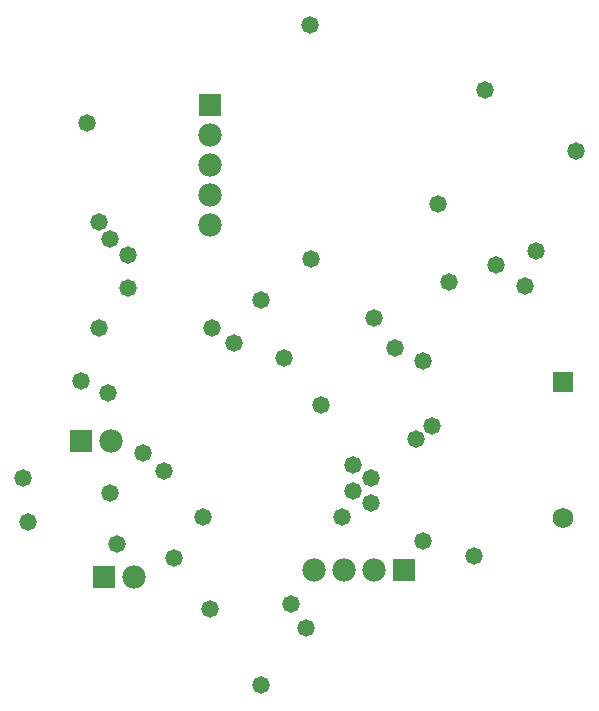
<source format=gbs>
G04 Layer_Color=16711935*
%FSLAX25Y25*%
%MOIN*%
G70*
G01*
G75*
%ADD70C,0.07800*%
%ADD71R,0.07800X0.07800*%
%ADD72R,0.07800X0.07800*%
%ADD73C,0.06800*%
%ADD74R,0.06800X0.06800*%
%ADD75C,0.05800*%
D70*
X113500Y56000D02*
D03*
X133500Y56000D02*
D03*
X123500Y56000D02*
D03*
X46000Y99000D02*
D03*
X53500Y53500D02*
D03*
X78900Y171000D02*
D03*
X78900Y181000D02*
D03*
X78900Y201000D02*
D03*
X78900Y191000D02*
D03*
D71*
X143500Y56000D02*
D03*
X36000Y99000D02*
D03*
X43500Y53500D02*
D03*
D72*
X78900Y211000D02*
D03*
D73*
X196500Y73224D02*
D03*
D74*
Y118500D02*
D03*
D75*
X18100Y72000D02*
D03*
X154700Y178100D02*
D03*
X187500Y162400D02*
D03*
X132600Y86600D02*
D03*
X132400Y78400D02*
D03*
X126600Y82300D02*
D03*
X56600Y95000D02*
D03*
X78800Y43000D02*
D03*
X45400Y166300D02*
D03*
X42000Y172000D02*
D03*
X51500Y150000D02*
D03*
X96000Y146000D02*
D03*
X51500Y161000D02*
D03*
X167000Y60500D02*
D03*
X110700Y36500D02*
D03*
X147500Y99500D02*
D03*
X79500Y136500D02*
D03*
X38000Y205000D02*
D03*
X45000Y115000D02*
D03*
X36000Y119000D02*
D03*
X48000Y64500D02*
D03*
X87000Y131500D02*
D03*
X116000Y111000D02*
D03*
X67000Y60000D02*
D03*
X63500Y89000D02*
D03*
X45500Y81500D02*
D03*
X16500Y86500D02*
D03*
X153000Y104000D02*
D03*
X150000Y125500D02*
D03*
X133500Y140000D02*
D03*
X184000Y150500D02*
D03*
X140500Y130000D02*
D03*
X106000Y44500D02*
D03*
X112500Y159500D02*
D03*
X42000Y136500D02*
D03*
X150000Y65500D02*
D03*
X76500Y73500D02*
D03*
X103500Y126500D02*
D03*
X96000Y17500D02*
D03*
X123000Y73500D02*
D03*
X201000Y195500D02*
D03*
X170400Y216100D02*
D03*
X126600Y90900D02*
D03*
X158500Y152000D02*
D03*
X174100Y157700D02*
D03*
X112100Y237500D02*
D03*
M02*

</source>
